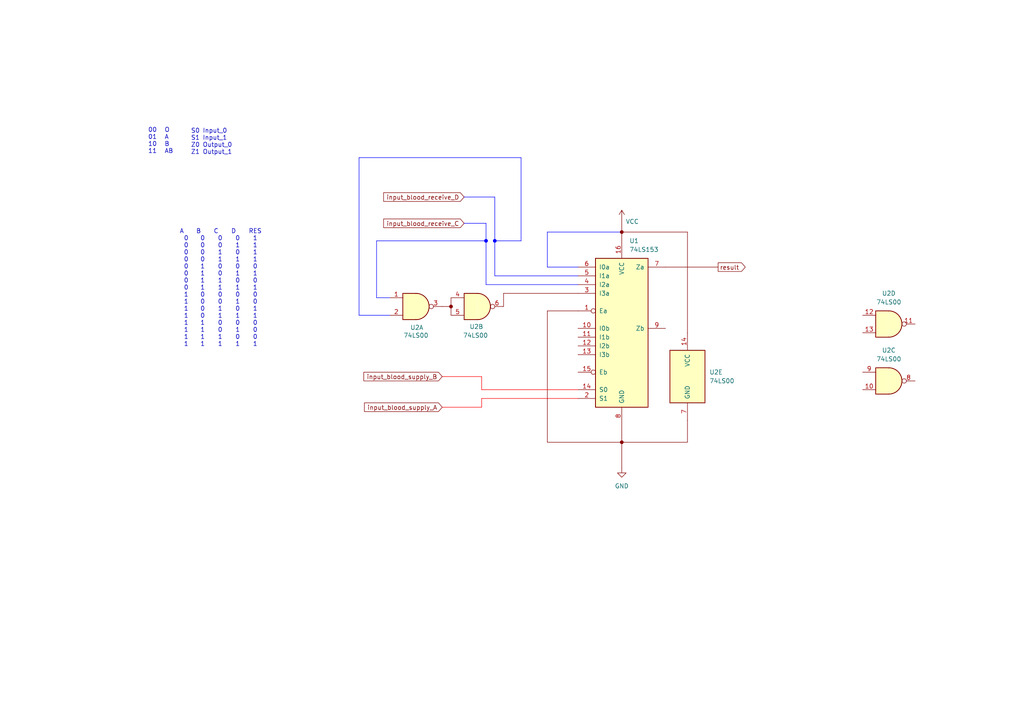
<source format=kicad_sch>
(kicad_sch (version 20231120) (generator "eeschema") (generator_version "8.0")
  (paper "A4")
  (lib_symbols
    (symbol "74xx:74LS00" (pin_names (offset 1.016))
      (property "Reference" "U" (at 0 1.27 0))
      (property "Value" "74LS00" (at 0 -1.27 0))
      (symbol "74LS00_1_1"
        (arc (start 0 -3.81) (mid 3.7934 0) (end 0 3.81) (stroke (width 0.254)) (fill (type background)))
        (polyline (pts (xy 0 3.81) (xy -3.81 3.81) (xy -3.81 -3.81) (xy 0 -3.81)) (stroke (width 0.254)) (fill (type background)))
        (pin input line (at -7.62 2.54 0) (length 3.81) (name "~") (number "1"))
        (pin input line (at -7.62 -2.54 0) (length 3.81) (name "~") (number "2"))
        (pin output inverted (at 7.62 0 180) (length 3.81) (name "~") (number "3"))
      )
      (symbol "74LS00_1_2"
        (arc (start -3.81 -3.81) (mid -2.589 0) (end -3.81 3.81) (stroke (width 0.254)))
        (arc (start -0.6096 -3.81) (mid 2.1842 -2.5851) (end 3.81 0) (stroke (width 0.254)) (fill (type background)))
        (polyline (pts (xy -3.81 -3.81) (xy -0.635 -3.81)) (stroke (width 0.254)) (fill (type background)))
        (polyline (pts (xy -3.81 3.81) (xy -0.635 3.81)) (stroke (width 0.254)) (fill (type background)))
        (polyline (pts (xy -0.635 3.81) (xy -3.81 3.81) (xy -3.81 3.81) (xy -3.556 3.4036) (xy -3.0226 2.2606) (xy -2.6924 1.0414) (xy -2.6162 -0.254) (xy -2.7686 -1.4986) (xy -3.175 -2.7178) (xy -3.81 -3.81) (xy -3.81 -3.81) (xy -0.635 -3.81)) (stroke (width -25.4)) (fill (type background)))
        (arc (start 3.81 0) (mid 2.1915 2.5936) (end -0.6096 3.81) (stroke (width 0.254)) (fill (type background)))
        (pin input inverted (at -7.62 2.54 0) (length 4.318) (name "~") (number "1"))
        (pin input inverted (at -7.62 -2.54 0) (length 4.318) (name "~") (number "2"))
        (pin output line (at 7.62 0 180) (length 3.81) (name "~") (number "3"))
      )
      (symbol "74LS00_2_1"
        (arc (start 0 -3.81) (mid 3.7934 0) (end 0 3.81) (stroke (width 0.254)) (fill (type background)))
        (polyline (pts (xy 0 3.81) (xy -3.81 3.81) (xy -3.81 -3.81) (xy 0 -3.81)) (stroke (width 0.254)) (fill (type background)))
        (pin input line (at -7.62 2.54 0) (length 3.81) (name "~") (number "4"))
        (pin input line (at -7.62 -2.54 0) (length 3.81) (name "~") (number "5"))
        (pin output inverted (at 7.62 0 180) (length 3.81) (name "~") (number "6"))
      )
      (symbol "74LS00_2_2"
        (arc (start -3.81 -3.81) (mid -2.589 0) (end -3.81 3.81) (stroke (width 0.254)))
        (arc (start -0.6096 -3.81) (mid 2.1842 -2.5851) (end 3.81 0) (stroke (width 0.254)) (fill (type background)))
        (polyline (pts (xy -3.81 -3.81) (xy -0.635 -3.81)) (stroke (width 0.254)) (fill (type background)))
        (polyline (pts (xy -3.81 3.81) (xy -0.635 3.81)) (stroke (width 0.254)) (fill (type background)))
        (polyline (pts (xy -0.635 3.81) (xy -3.81 3.81) (xy -3.81 3.81) (xy -3.556 3.4036) (xy -3.0226 2.2606) (xy -2.6924 1.0414) (xy -2.6162 -0.254) (xy -2.7686 -1.4986) (xy -3.175 -2.7178) (xy -3.81 -3.81) (xy -3.81 -3.81) (xy -0.635 -3.81)) (stroke (width -25.4)) (fill (type background)))
        (arc (start 3.81 0) (mid 2.1915 2.5936) (end -0.6096 3.81) (stroke (width 0.254)) (fill (type background)))
        (pin input inverted (at -7.62 2.54 0) (length 4.318) (name "~") (number "4"))
        (pin input inverted (at -7.62 -2.54 0) (length 4.318) (name "~") (number "5"))
        (pin output line (at 7.62 0 180) (length 3.81) (name "~") (number "6"))
      )
      (symbol "74LS00_3_1"
        (arc (start 0 -3.81) (mid 3.7934 0) (end 0 3.81) (stroke (width 0.254)) (fill (type background)))
        (polyline (pts (xy 0 3.81) (xy -3.81 3.81) (xy -3.81 -3.81) (xy 0 -3.81)) (stroke (width 0.254)) (fill (type background)))
        (pin input line (at -7.62 -2.54 0) (length 3.81) (name "~") (number "10"))
        (pin output inverted (at 7.62 0 180) (length 3.81) (name "~") (number "8"))
        (pin input line (at -7.62 2.54 0) (length 3.81) (name "~") (number "9"))
      )
      (symbol "74LS00_3_2"
        (arc (start -3.81 -3.81) (mid -2.589 0) (end -3.81 3.81) (stroke (width 0.254)))
        (arc (start -0.6096 -3.81) (mid 2.1842 -2.5851) (end 3.81 0) (stroke (width 0.254)) (fill (type background)))
        (polyline (pts (xy -3.81 -3.81) (xy -0.635 -3.81)) (stroke (width 0.254)) (fill (type background)))
        (polyline (pts (xy -3.81 3.81) (xy -0.635 3.81)) (stroke (width 0.254)) (fill (type background)))
        (polyline (pts (xy -0.635 3.81) (xy -3.81 3.81) (xy -3.81 3.81) (xy -3.556 3.4036) (xy -3.0226 2.2606) (xy -2.6924 1.0414) (xy -2.6162 -0.254) (xy -2.7686 -1.4986) (xy -3.175 -2.7178) (xy -3.81 -3.81) (xy -3.81 -3.81) (xy -0.635 -3.81)) (stroke (width -25.4)) (fill (type background)))
        (arc (start 3.81 0) (mid 2.1915 2.5936) (end -0.6096 3.81) (stroke (width 0.254)) (fill (type background)))
        (pin input inverted (at -7.62 -2.54 0) (length 4.318) (name "~") (number "10"))
        (pin output line (at 7.62 0 180) (length 3.81) (name "~") (number "8"))
        (pin input inverted (at -7.62 2.54 0) (length 4.318) (name "~") (number "9"))
      )
      (symbol "74LS00_4_1"
        (arc (start 0 -3.81) (mid 3.7934 0) (end 0 3.81) (stroke (width 0.254)) (fill (type background)))
        (polyline (pts (xy 0 3.81) (xy -3.81 3.81) (xy -3.81 -3.81) (xy 0 -3.81)) (stroke (width 0.254)) (fill (type background)))
        (pin output inverted (at 7.62 0 180) (length 3.81) (name "~") (number "11"))
        (pin input line (at -7.62 2.54 0) (length 3.81) (name "~") (number "12"))
        (pin input line (at -7.62 -2.54 0) (length 3.81) (name "~") (number "13"))
      )
      (symbol "74LS00_4_2"
        (arc (start -3.81 -3.81) (mid -2.589 0) (end -3.81 3.81) (stroke (width 0.254)))
        (arc (start -0.6096 -3.81) (mid 2.1842 -2.5851) (end 3.81 0) (stroke (width 0.254)) (fill (type background)))
        (polyline (pts (xy -3.81 -3.81) (xy -0.635 -3.81)) (stroke (width 0.254)) (fill (type background)))
        (polyline (pts (xy -3.81 3.81) (xy -0.635 3.81)) (stroke (width 0.254)) (fill (type background)))
        (polyline (pts (xy -0.635 3.81) (xy -3.81 3.81) (xy -3.81 3.81) (xy -3.556 3.4036) (xy -3.0226 2.2606) (xy -2.6924 1.0414) (xy -2.6162 -0.254) (xy -2.7686 -1.4986) (xy -3.175 -2.7178) (xy -3.81 -3.81) (xy -3.81 -3.81) (xy -0.635 -3.81)) (stroke (width -25.4)) (fill (type background)))
        (arc (start 3.81 0) (mid 2.1915 2.5936) (end -0.6096 3.81) (stroke (width 0.254)) (fill (type background)))
        (pin output line (at 7.62 0 180) (length 3.81) (name "~") (number "11"))
        (pin input inverted (at -7.62 2.54 0) (length 4.318) (name "~") (number "12"))
        (pin input inverted (at -7.62 -2.54 0) (length 4.318) (name "~") (number "13"))
      )
      (symbol "74LS00_5_0"
        (pin power_in line (at 0 12.7 270) (length 5.08) (name "VCC") (number "14"))
        (pin power_in line (at 0 -12.7 90) (length 5.08) (name "GND") (number "7"))
      )
      (symbol "74LS00_5_1"
        (rectangle (start -5.08 7.62) (end 5.08 -7.62) (stroke (width 0.254)) (fill (type background)))
      )
    )
    (symbol "74xx:74LS153" (pin_names (offset 1.016))
      (property "Reference" "U" (at -7.62 21.59 0))
      (property "Value" "74LS153" (at -7.62 -24.13 0))
      (symbol "74LS153_1_0"
        (pin input inverted (at -12.7 5.08 0) (length 5.08) (name "Ea") (number "1"))
        (pin input line (at -12.7 0 0) (length 5.08) (name "I0b") (number "10"))
        (pin input line (at -12.7 -2.54 0) (length 5.08) (name "I1b") (number "11"))
        (pin input line (at -12.7 -5.08 0) (length 5.08) (name "I2b") (number "12"))
        (pin input line (at -12.7 -7.62 0) (length 5.08) (name "I3b") (number "13"))
        (pin input line (at -12.7 -17.78 0) (length 5.08) (name "S0") (number "14"))
        (pin input inverted (at -12.7 -12.7 0) (length 5.08) (name "Eb") (number "15"))
        (pin power_in line (at 0 25.4 270) (length 5.08) (name "VCC") (number "16"))
        (pin input line (at -12.7 -20.32 0) (length 5.08) (name "S1") (number "2"))
        (pin input line (at -12.7 10.16 0) (length 5.08) (name "I3a") (number "3"))
        (pin input line (at -12.7 12.7 0) (length 5.08) (name "I2a") (number "4"))
        (pin input line (at -12.7 15.24 0) (length 5.08) (name "I1a") (number "5"))
        (pin input line (at -12.7 17.78 0) (length 5.08) (name "I0a") (number "6"))
        (pin output line (at 12.7 17.78 180) (length 5.08) (name "Za") (number "7"))
        (pin power_in line (at 0 -27.94 90) (length 5.08) (name "GND") (number "8"))
        (pin output line (at 12.7 0 180) (length 5.08) (name "Zb") (number "9"))
      )
      (symbol "74LS153_1_1"
        (rectangle (start -7.62 20.32) (end 7.62 -22.86) (stroke (width 0.254)) (fill (type background)))
      )
    )
    (symbol "power:GND" (power) (pin_numbers hide) (pin_names (offset 0) hide)
      (property "Value" "GND" (at 0 -3.81 0))
      (symbol "GND_0_1"
        (polyline (pts (xy 0 0) (xy 0 -1.27) (xy 1.27 -1.27) (xy 0 -2.54) (xy -1.27 -1.27) (xy 0 -1.27)))
      )
      (symbol "GND_1_1"
        (pin power_in line (at 0 0 270) (length 0) (name "~") (number "1"))
      )
    )
    (symbol "power:VCC" (power) (pin_numbers hide) (pin_names (offset 0) hide)
      (property "Value" "VCC" (at 0 3.556 0))
      (symbol "VCC_0_1"
        (polyline (pts (xy -0.762 1.27) (xy 0 2.54)))
        (polyline (pts (xy 0 0) (xy 0 2.54)))
        (polyline (pts (xy 0 2.54) (xy 0.762 1.27)))
      )
      (symbol "VCC_1_1"
        (pin power_in line (at 0 0 90) (length 0) (name "~") (number "1"))
      )
    )
  )
  (junction (at 140.97 69.85) (color 0 0 255 1))
  (junction (at 130.81 88.9) (color 132 0 0 1))
  (junction (at 143.51 69.85) (color 0 0 255 1))
  (junction (at 180.34 128.27) (color 132 0 0 1))
  (junction (at 180.34 67.31) (color 132 0 0 1))
  (wire (pts (xy 180.34 128.27) (xy 199.39 128.27)) (stroke (width 0) (color 132 0 0 1)))
  (wire (pts (xy 104.14 91.44) (xy 113.03 91.44)) (stroke (width 0) (color 0 0 255 1)))
  (wire (pts (xy 128.27 88.9) (xy 130.81 88.9)) (stroke (width 0) (color 132 0 0 1)))
  (wire (pts (xy 151.13 45.72) (xy 151.13 69.85)) (stroke (width 0) (color 0 0 255 1)))
  (wire (pts (xy 180.34 67.31) (xy 180.34 69.85)) (stroke (width 0) (color 132 0 0 1)))
  (wire (pts (xy 158.75 90.17) (xy 158.75 128.27)) (stroke (width 0) (color 132 0 0 1)))
  (wire (pts (xy 109.22 69.85) (xy 140.97 69.85)) (stroke (width 0) (color 0 0 255 1)))
  (wire (pts (xy 199.39 96.52) (xy 199.39 67.31)) (stroke (width 0) (color 132 0 0 1)))
  (wire (pts (xy 130.81 88.9) (xy 130.81 86.36)) (stroke (width 0) (color 132 0 0 1)))
  (wire (pts (xy 193.04 77.47) (xy 208.28 77.47)) (stroke (width 0) (color 132 0 0 1)))
  (wire (pts (xy 130.81 88.9) (xy 130.81 91.44)) (stroke (width 0) (color 132 0 0 1)))
  (wire (pts (xy 158.75 77.47) (xy 158.75 67.31)) (stroke (width 0) (color 0 0 255 1)))
  (wire (pts (xy 104.14 45.72) (xy 151.13 45.72)) (stroke (width 0) (color 0 0 255 1)))
  (wire (pts (xy 128.27 109.22) (xy 139.7 109.22)) (stroke (width 0) (color 255 0 0 1)))
  (wire (pts (xy 167.64 90.17) (xy 158.75 90.17)) (stroke (width 0) (color 132 0 0 1)))
  (wire (pts (xy 158.75 128.27) (xy 180.34 128.27)) (stroke (width 0) (color 132 0 0 1)))
  (wire (pts (xy 180.34 135.89) (xy 180.34 128.27)) (stroke (width 0) (color 132 0 0 1)))
  (wire (pts (xy 180.34 63.5) (xy 180.34 67.31)) (stroke (width 0) (color 132 0 0 1)))
  (wire (pts (xy 180.34 128.27) (xy 180.34 123.19)) (stroke (width 0) (color 132 0 0 1)))
  (wire (pts (xy 199.39 121.92) (xy 199.39 128.27)) (stroke (width 0) (color 132 0 0 1)))
  (wire (pts (xy 140.97 69.85) (xy 140.97 82.55)) (stroke (width 0) (color 0 0 255 1)))
  (wire (pts (xy 140.97 82.55) (xy 167.64 82.55)) (stroke (width 0) (color 0 0 255 1)))
  (wire (pts (xy 104.14 45.72) (xy 104.14 91.44)) (stroke (width 0) (color 0 0 255 1)))
  (wire (pts (xy 143.51 69.85) (xy 143.51 80.01)) (stroke (width 0) (color 0 0 255 1)))
  (wire (pts (xy 134.62 64.77) (xy 140.97 64.77)) (stroke (width 0) (color 0 0 255 1)))
  (wire (pts (xy 146.05 88.9) (xy 146.05 85.09)) (stroke (width 0) (color 132 0 0 1)))
  (wire (pts (xy 143.51 57.15) (xy 143.51 69.85)) (stroke (width 0) (color 0 0 255 1)))
  (wire (pts (xy 134.62 57.15) (xy 143.51 57.15)) (stroke (width 0) (color 0 0 255 1)))
  (wire (pts (xy 139.7 109.22) (xy 139.7 113.03)) (stroke (width 0) (color 255 0 0 1)))
  (wire (pts (xy 140.97 64.77) (xy 140.97 69.85)) (stroke (width 0) (color 0 0 255 1)))
  (wire (pts (xy 128.27 118.11) (xy 139.7 118.11)) (stroke (width 0) (color 255 0 0 1)))
  (wire (pts (xy 139.7 118.11) (xy 139.7 115.57)) (stroke (width 0) (color 255 0 0 1)))
  (wire (pts (xy 146.05 85.09) (xy 167.64 85.09)) (stroke (width 0) (color 132 0 0 1)))
  (wire (pts (xy 139.7 115.57) (xy 167.64 115.57)) (stroke (width 0) (color 255 0 0 1)))
  (wire (pts (xy 109.22 69.85) (xy 109.22 86.36)) (stroke (width 0) (color 0 0 255 1)))
  (wire (pts (xy 199.39 67.31) (xy 180.34 67.31)) (stroke (width 0) (color 132 0 0 1)))
  (wire (pts (xy 167.64 77.47) (xy 158.75 77.47)) (stroke (width 0) (color 0 0 255 1)))
  (wire (pts (xy 151.13 69.85) (xy 143.51 69.85)) (stroke (width 0) (color 0 0 255 1)))
  (wire (pts (xy 158.75 67.31) (xy 180.34 67.31)) (stroke (width 0) (color 0 0 255 1)))
  (wire (pts (xy 109.22 86.36) (xy 113.03 86.36)) (stroke (width 0) (color 0 0 255 1)))
  (wire (pts (xy 143.51 80.01) (xy 167.64 80.01)) (stroke (width 0) (color 0 0 255 1)))
  (wire (pts (xy 139.7 113.03) (xy 167.64 113.03)) (stroke (width 0) (color 255 0 0 1)))
  (text "A	B	C	D	RES\n0	0	0	0	1\n0	0	0	1	1\n0	0	1	0	1\n0	0	1	1	1\n0	1	0	0	0\n0	1	0	1	1\n0	1	1	0	0\n0	1	1	1	1\n1	0	0	0	0\n1	0	0	1	0\n1	0	1	0	1\n1	0	1	1	1\n1	1	0	0	0\n1	1	0	1	0\n1	1	1	0	0\n1	1	1	1	1" (at 64.008 83.566 0) (effects (font (size 1.27 1.27))))
  (text "S0 Input_0\nS1 Input_1\nZ0 Output_0\nZ1 Output_1" (at 55.372 41.148 0) (effects (font (size 1.27 1.27)) (justify left)))
  (text "00	O\n01	A\n10	B\n11	AB" (at 42.926 40.894 0) (effects (font (size 1.27 1.27)) (justify left)))
  (global_label "input_blood_receive_C" (shape input) (at 134.62 64.77 180) (property "Intersheetrefs" "${INTERSHEET_REFS}" (effects (hide yes))))
  (global_label "input_blood_receive_D" (shape input) (at 134.62 57.15 180) (property "Intersheetrefs" "${INTERSHEET_REFS}" (effects (hide yes))))
  (global_label "result" (shape output) (at 208.28 77.47 0) (property "Intersheetrefs" "${INTERSHEET_REFS}" (effects (hide yes))))
  (global_label "input_blood_supply_B" (shape input) (at 128.27 109.22 180) (property "Intersheetrefs" "${INTERSHEET_REFS}" (effects (hide yes))))
  (global_label "input_blood_supply_A" (shape input) (at 128.27 118.11 180) (property "Intersheetrefs" "${INTERSHEET_REFS}" (effects (hide yes))))
  (symbol (lib_id "74xx:74LS00") (at 138.43 88.9 0) (unit 2)
    (property "Reference" "U2" (at 138.176 94.742 0))
    (property "Value" "74LS00" (at 137.922 97.282 0))
    (property "Datasheet" "http://www.ti.com/lit/gpn/sn74ls00" (effects (hide yes)))
    (property "Description" "quad 2-input NAND gate" (effects (hide yes)))
  )
  (symbol (lib_id "74xx:74LS00") (at 199.39 109.22 0) (unit 5)
    (property "Reference" "U2" (at 205.74 107.9499 0) (effects (justify left)))
    (property "Value" "74LS00" (at 205.74 110.4899 0) (effects (justify left)))
    (property "Datasheet" "http://www.ti.com/lit/gpn/sn74ls00" (effects (hide yes)))
    (property "Description" "quad 2-input NAND gate" (effects (hide yes)))
  )
  (symbol (lib_id "74xx:74LS00") (at 257.81 93.98 0) (unit 4)
    (property "Reference" "U2" (at 257.8017 85.09 0))
    (property "Value" "74LS00" (at 257.8017 87.63 0))
    (property "Datasheet" "http://www.ti.com/lit/gpn/sn74ls00" (effects (hide yes)))
    (property "Description" "quad 2-input NAND gate" (effects (hide yes)))
  )
  (symbol (lib_id "74xx:74LS00") (at 120.65 88.9 0) (unit 1)
    (property "Reference" "U2" (at 120.904 94.996 0))
    (property "Value" "74LS00" (at 120.65 97.282 0))
    (property "Datasheet" "http://www.ti.com/lit/gpn/sn74ls00" (effects (hide yes)))
    (property "Description" "quad 2-input NAND gate" (effects (hide yes)))
  )
  (symbol (lib_id "74xx:74LS00") (at 257.81 110.49 0) (unit 3)
    (property "Reference" "U2" (at 257.8017 101.6 0))
    (property "Value" "74LS00" (at 257.8017 104.14 0))
    (property "Datasheet" "http://www.ti.com/lit/gpn/sn74ls00" (effects (hide yes)))
    (property "Description" "quad 2-input NAND gate" (effects (hide yes)))
  )
  (symbol (lib_id "power:GND") (at 180.34 135.89 0) (unit 1)
    (property "Reference" "#PWR01" (effects (hide yes)))
    (property "Value" "GND" (at 180.34 140.97 0))
    (property "Description" "Power symbol creates a global label with name \"GND\" , ground" (effects (hide yes)))
  )
  (symbol (lib_id "74xx:74LS153") (at 180.34 95.25 0) (unit 1)
    (property "Reference" "U1" (at 182.5341 69.85 0) (effects (justify left)))
    (property "Value" "74LS153" (at 182.5341 72.39 0) (effects (justify left)))
    (property "Datasheet" "http://www.ti.com/lit/gpn/sn74LS153" (effects (hide yes)))
    (property "Description" "Dual Multiplexer 4 to 1" (effects (hide yes)))
  )
  (symbol (lib_id "power:VCC") (at 180.34 63.5 0) (unit 1)
    (property "Reference" "#PWR02" (effects (hide yes)))
    (property "Value" "VCC" (at 183.388 64.262 0))
    (property "Description" "Power symbol creates a global label with name \"VCC\"" (effects (hide yes)))
  )
)
</source>
